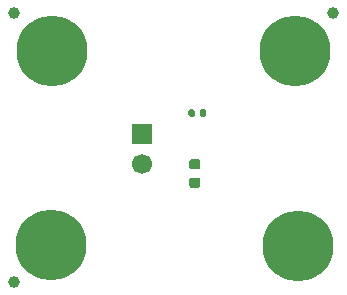
<source format=gts>
G04 #@! TF.GenerationSoftware,KiCad,Pcbnew,9.0.1+1*
G04 #@! TF.CreationDate,2025-08-20T07:53:21+00:00*
G04 #@! TF.ProjectId,intergalaktik,696e7465-7267-4616-9c61-6b74696b2e6b,v1.0*
G04 #@! TF.SameCoordinates,Original*
G04 #@! TF.FileFunction,Soldermask,Top*
G04 #@! TF.FilePolarity,Negative*
%FSLAX46Y46*%
G04 Gerber Fmt 4.6, Leading zero omitted, Abs format (unit mm)*
G04 Created by KiCad (PCBNEW 9.0.1+1) date 2025-08-20 07:53:21*
%MOMM*%
%LPD*%
G01*
G04 APERTURE LIST*
%ADD10C,6.000000*%
%ADD11C,1.000000*%
%ADD12R,1.700000X1.700000*%
%ADD13C,1.700000*%
G04 APERTURE END LIST*
D10*
X125060000Y-124290000D03*
G36*
G01*
X137466250Y-119437500D02*
X136953750Y-119437500D01*
G75*
G02*
X136735000Y-119218750I0J218750D01*
G01*
X136735000Y-118781250D01*
G75*
G02*
X136953750Y-118562500I218750J0D01*
G01*
X137466250Y-118562500D01*
G75*
G02*
X137685000Y-118781250I0J-218750D01*
G01*
X137685000Y-119218750D01*
G75*
G02*
X137466250Y-119437500I-218750J0D01*
G01*
G37*
G36*
G01*
X137466250Y-117862500D02*
X136953750Y-117862500D01*
G75*
G02*
X136735000Y-117643750I0J218750D01*
G01*
X136735000Y-117206250D01*
G75*
G02*
X136953750Y-116987500I218750J0D01*
G01*
X137466250Y-116987500D01*
G75*
G02*
X137685000Y-117206250I0J-218750D01*
G01*
X137685000Y-117643750D01*
G75*
G02*
X137466250Y-117862500I-218750J0D01*
G01*
G37*
D11*
X148900000Y-104620000D03*
D12*
X132720000Y-114890000D03*
D13*
X132720000Y-117430000D03*
D10*
X145680000Y-107850000D03*
G36*
G01*
X136670000Y-113265000D02*
X136670000Y-112925000D01*
G75*
G02*
X136810000Y-112785000I140000J0D01*
G01*
X137090000Y-112785000D01*
G75*
G02*
X137230000Y-112925000I0J-140000D01*
G01*
X137230000Y-113265000D01*
G75*
G02*
X137090000Y-113405000I-140000J0D01*
G01*
X136810000Y-113405000D01*
G75*
G02*
X136670000Y-113265000I0J140000D01*
G01*
G37*
G36*
G01*
X137630000Y-113265000D02*
X137630000Y-112925000D01*
G75*
G02*
X137770000Y-112785000I140000J0D01*
G01*
X138050000Y-112785000D01*
G75*
G02*
X138190000Y-112925000I0J-140000D01*
G01*
X138190000Y-113265000D01*
G75*
G02*
X138050000Y-113405000I-140000J0D01*
G01*
X137770000Y-113405000D01*
G75*
G02*
X137630000Y-113265000I0J140000D01*
G01*
G37*
D11*
X121930000Y-104620000D03*
X121920000Y-127400000D03*
D10*
X145920000Y-124310000D03*
X125110000Y-107800000D03*
M02*

</source>
